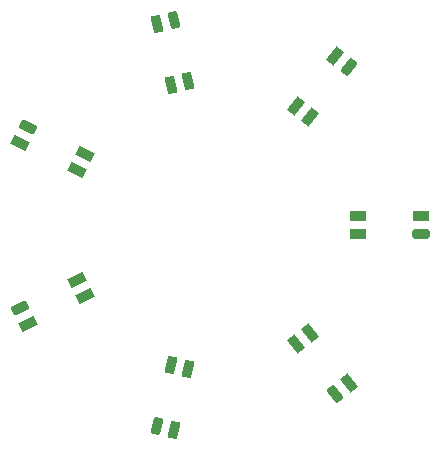
<source format=gbr>
%TF.GenerationSoftware,KiCad,Pcbnew,9.0.1*%
%TF.CreationDate,2025-06-15T22:50:49-06:00*%
%TF.ProjectId,AuraCTRL PCB,41757261-4354-4524-9c20-5043422e6b69,rev?*%
%TF.SameCoordinates,Original*%
%TF.FileFunction,Paste,Bot*%
%TF.FilePolarity,Positive*%
%FSLAX46Y46*%
G04 Gerber Fmt 4.6, Leading zero omitted, Abs format (unit mm)*
G04 Created by KiCad (PCBNEW 9.0.1) date 2025-06-15 22:50:49*
%MOMM*%
%LPD*%
G01*
G04 APERTURE LIST*
G04 Aperture macros list*
%AMRoundRect*
0 Rectangle with rounded corners*
0 $1 Rounding radius*
0 $2 $3 $4 $5 $6 $7 $8 $9 X,Y pos of 4 corners*
0 Add a 4 corners polygon primitive as box body*
4,1,4,$2,$3,$4,$5,$6,$7,$8,$9,$2,$3,0*
0 Add four circle primitives for the rounded corners*
1,1,$1+$1,$2,$3*
1,1,$1+$1,$4,$5*
1,1,$1+$1,$6,$7*
1,1,$1+$1,$8,$9*
0 Add four rect primitives between the rounded corners*
20,1,$1+$1,$2,$3,$4,$5,0*
20,1,$1+$1,$4,$5,$6,$7,0*
20,1,$1+$1,$6,$7,$8,$9,0*
20,1,$1+$1,$8,$9,$2,$3,0*%
%AMRotRect*
0 Rectangle, with rotation*
0 The origin of the aperture is its center*
0 $1 length*
0 $2 width*
0 $3 Rotation angle, in degrees counterclockwise*
0 Add horizontal line*
21,1,$1,$2,0,0,$3*%
G04 Aperture macros list end*
%ADD10RotRect,1.450000X0.820000X102.857000*%
%ADD11RoundRect,0.205000X0.315570X-0.461347X0.084151X0.552579X-0.315570X0.461347X-0.084151X-0.552579X0*%
%ADD12RotRect,1.450000X0.820000X154.285000*%
%ADD13RoundRect,0.205000X0.557449X-0.040928X-0.379553X0.410323X-0.557449X0.040928X0.379553X-0.410323X0*%
%ADD14RotRect,1.450000X0.820000X51.429000*%
%ADD15RoundRect,0.205000X-0.163935X-0.534369X0.484488X0.278741X0.163935X0.534369X-0.484488X-0.278741X0*%
%ADD16RotRect,1.450000X0.820000X308.572000*%
%ADD17RoundRect,0.205000X-0.484493X0.278732X0.163945X-0.534366X0.484493X-0.278732X-0.163945X0.534366X0*%
%ADD18RotRect,1.450000X0.820000X205.714000*%
%ADD19RoundRect,0.205000X0.379560X0.410316X-0.557450X-0.040918X-0.379560X-0.410316X0.557450X0.040918X0*%
%ADD20R,1.450000X0.820000*%
%ADD21RoundRect,0.205000X-0.520000X-0.205000X0.520000X-0.205000X0.520000X0.205000X-0.520000X0.205000X0*%
%ADD22RotRect,1.450000X0.820000X257.143000*%
%ADD23RoundRect,0.205000X-0.084151X0.552579X-0.315570X-0.461347X0.084151X-0.552579X0.315570X0.461347X0*%
G04 APERTURE END LIST*
D10*
%TO.C,D1*%
X44474358Y-115162513D03*
X45936751Y-114828735D03*
D11*
X44746278Y-109612867D03*
D10*
X43283885Y-109946645D03*
%TD*%
D12*
%TO.C,D1*%
X36525935Y-122333645D03*
X37176777Y-120982199D03*
D13*
X32356623Y-118660861D03*
D12*
X31705781Y-120012307D03*
%TD*%
D14*
%TO.C,D1*%
X55036723Y-116905740D03*
X56209478Y-117840966D03*
D15*
X59545117Y-113658142D03*
D14*
X58372362Y-112722916D03*
%TD*%
D16*
%TO.C,D1*%
X56209481Y-136160172D03*
X55036743Y-137095418D03*
D17*
X58372455Y-141278182D03*
D16*
X59545193Y-140342936D03*
%TD*%
D18*
%TO.C,D1*%
X37176813Y-133019058D03*
X36525994Y-131667602D03*
D19*
X31705799Y-133988856D03*
D18*
X32356618Y-135340312D03*
%TD*%
D20*
%TO.C,D1*%
X60259324Y-126250574D03*
X60259324Y-127750574D03*
D21*
X65609324Y-127750574D03*
D20*
X65609324Y-126250574D03*
%TD*%
D22*
%TO.C,D1*%
X45936810Y-139172434D03*
X44474418Y-138838655D03*
D23*
X43283944Y-144054524D03*
D22*
X44746336Y-144388303D03*
%TD*%
M02*

</source>
